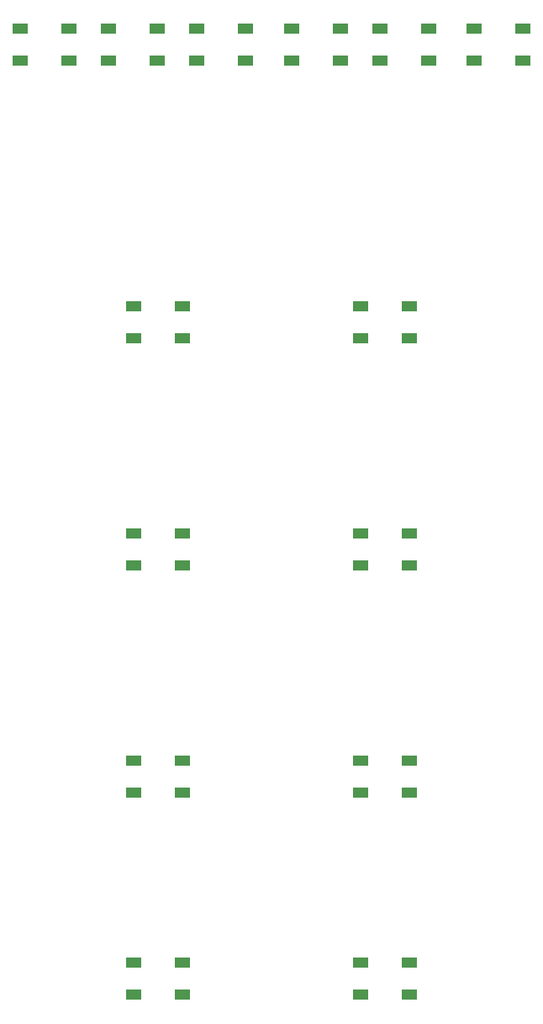
<source format=gbr>
%TF.GenerationSoftware,KiCad,Pcbnew,(6.0.4)*%
%TF.CreationDate,2022-05-16T19:34:58+01:00*%
%TF.ProjectId,Macropad v2,4d616372-6f70-4616-9420-76322e6b6963,rev?*%
%TF.SameCoordinates,Original*%
%TF.FileFunction,Paste,Top*%
%TF.FilePolarity,Positive*%
%FSLAX46Y46*%
G04 Gerber Fmt 4.6, Leading zero omitted, Abs format (unit mm)*
G04 Created by KiCad (PCBNEW (6.0.4)) date 2022-05-16 19:34:58*
%MOMM*%
%LPD*%
G01*
G04 APERTURE LIST*
%ADD10R,1.500000X1.000000*%
G04 APERTURE END LIST*
D10*
%TO.C,D12*%
X150585000Y-130797500D03*
X150585000Y-133997500D03*
X155485000Y-133997500D03*
X155485000Y-130797500D03*
%TD*%
%TO.C,D6*%
X162015000Y-57137500D03*
X162015000Y-60337500D03*
X166915000Y-60337500D03*
X166915000Y-57137500D03*
%TD*%
%TO.C,D7*%
X127725000Y-85077500D03*
X127725000Y-88277500D03*
X132625000Y-88277500D03*
X132625000Y-85077500D03*
%TD*%
%TO.C,D11*%
X127725000Y-130797500D03*
X127725000Y-133997500D03*
X132625000Y-133997500D03*
X132625000Y-130797500D03*
%TD*%
%TO.C,D13*%
X127725000Y-151117500D03*
X127725000Y-154317500D03*
X132625000Y-154317500D03*
X132625000Y-151117500D03*
%TD*%
%TO.C,D10*%
X150585000Y-107937500D03*
X150585000Y-111137500D03*
X155485000Y-111137500D03*
X155485000Y-107937500D03*
%TD*%
%TO.C,D8*%
X150585000Y-85077500D03*
X150585000Y-88277500D03*
X155485000Y-88277500D03*
X155485000Y-85077500D03*
%TD*%
%TO.C,D3*%
X134075000Y-57137500D03*
X134075000Y-60337500D03*
X138975000Y-60337500D03*
X138975000Y-57137500D03*
%TD*%
%TO.C,D9*%
X127725000Y-107937500D03*
X127725000Y-111137500D03*
X132625000Y-111137500D03*
X132625000Y-107937500D03*
%TD*%
%TO.C,D4*%
X143600000Y-57137500D03*
X143600000Y-60337500D03*
X148500000Y-60337500D03*
X148500000Y-57137500D03*
%TD*%
%TO.C,D2*%
X125185000Y-57137500D03*
X125185000Y-60337500D03*
X130085000Y-60337500D03*
X130085000Y-57137500D03*
%TD*%
%TO.C,D5*%
X152490000Y-57137500D03*
X152490000Y-60337500D03*
X157390000Y-60337500D03*
X157390000Y-57137500D03*
%TD*%
%TO.C,D14*%
X150585000Y-151117500D03*
X150585000Y-154317500D03*
X155485000Y-154317500D03*
X155485000Y-151117500D03*
%TD*%
%TO.C,D1*%
X116295000Y-57137500D03*
X116295000Y-60337500D03*
X121195000Y-60337500D03*
X121195000Y-57137500D03*
%TD*%
M02*

</source>
